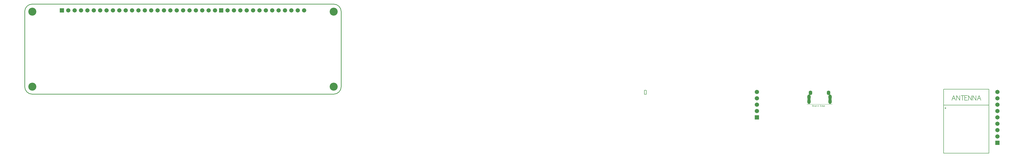
<source format=gbs>
G04*
G04 #@! TF.GenerationSoftware,Altium Limited,Altium Designer,18.1.9 (240)*
G04*
G04 Layer_Color=16711935*
%FSLAX44Y44*%
%MOMM*%
G71*
G01*
G75*
%ADD10C,0.3000*%
%ADD15C,0.1270*%
%ADD16C,0.2540*%
%ADD18C,0.1000*%
%ADD19C,0.1984*%
%ADD56R,1.7032X1.7032*%
%ADD57C,1.7032*%
%ADD58R,1.7032X1.7032*%
%ADD59R,1.3032X1.3032*%
%ADD60O,1.4032X1.8032*%
%ADD61O,1.3032X2.0032*%
%ADD62C,3.2032*%
D10*
X3963180Y829620D02*
G03*
X3963180Y829620I-1000J0D01*
G01*
D15*
X3955350Y841740D02*
X4134550D01*
X3954950Y649740D02*
Y904740D01*
Y649740D02*
X4134950D01*
Y904740D01*
X3954950D02*
X4134950D01*
X2763330Y885190D02*
Y901190D01*
X2771330Y885190D02*
Y901190D01*
X2763330D02*
X2771330D01*
X2763330Y885190D02*
X2771330D01*
D16*
X1526500Y885220D02*
G03*
X1556500Y915220I0J30000D01*
G01*
X296500D02*
G03*
X326500Y885220I30000J0D01*
G01*
Y1245220D02*
G03*
X296500Y1215220I0J-30000D01*
G01*
X1556500D02*
G03*
X1526500Y1245220I-30000J0D01*
G01*
X326500Y885220D02*
X1526500D01*
X296500Y915220D02*
Y1215220D01*
X326500Y1245220D02*
X1526500D01*
X1556500Y915220D02*
Y1215220D01*
D18*
X3410750Y845280D02*
X3510750D01*
X3432810Y841928D02*
Y836930D01*
X3435309D01*
X3436142Y837763D01*
Y838596D01*
X3435309Y839429D01*
X3432810D01*
X3435309D01*
X3436142Y840262D01*
Y841095D01*
X3435309Y841928D01*
X3432810D01*
X3438641Y836930D02*
X3440308D01*
X3441141Y837763D01*
Y839429D01*
X3440308Y840262D01*
X3438641D01*
X3437809Y839429D01*
Y837763D01*
X3438641Y836930D01*
X3443640Y840262D02*
X3445306D01*
X3446139Y839429D01*
Y836930D01*
X3443640D01*
X3442807Y837763D01*
X3443640Y838596D01*
X3446139D01*
X3447805Y840262D02*
Y836930D01*
Y838596D01*
X3448638Y839429D01*
X3449471Y840262D01*
X3450304D01*
X3456136Y841928D02*
Y836930D01*
X3453636D01*
X3452804Y837763D01*
Y839429D01*
X3453636Y840262D01*
X3456136D01*
X3466133Y841928D02*
X3462800D01*
Y836930D01*
X3466133D01*
X3462800Y839429D02*
X3464466D01*
X3471131Y841928D02*
Y836930D01*
X3468632D01*
X3467798Y837763D01*
Y839429D01*
X3468632Y840262D01*
X3471131D01*
X3474463Y835264D02*
X3475296D01*
X3476129Y836097D01*
Y840262D01*
X3473630D01*
X3472797Y839429D01*
Y837763D01*
X3473630Y836930D01*
X3476129D01*
X3480294D02*
X3478628D01*
X3477795Y837763D01*
Y839429D01*
X3478628Y840262D01*
X3480294D01*
X3481128Y839429D01*
Y838596D01*
X3477795D01*
D19*
X4001984Y861249D02*
X3994842Y879995D01*
X3987701Y861249D01*
X3990379Y867498D02*
X3999306D01*
X4006358Y879995D02*
Y861249D01*
Y879995D02*
X4018855Y861249D01*
Y879995D02*
Y861249D01*
X4030281Y879995D02*
Y861249D01*
X4024033Y879995D02*
X4036530D01*
X4050366D02*
X4038762D01*
Y861249D01*
X4050366D01*
X4038762Y871069D02*
X4045903D01*
X4053490Y879995D02*
Y861249D01*
Y879995D02*
X4065988Y861249D01*
Y879995D02*
Y861249D01*
X4071165Y879995D02*
Y861249D01*
Y879995D02*
X4083663Y861249D01*
Y879995D02*
Y861249D01*
X4103123D02*
X4095981Y879995D01*
X4088840Y861249D01*
X4091518Y867498D02*
X4100445D01*
D56*
X444500Y1220470D02*
D03*
X1079100Y1220470D02*
D03*
D57*
X469900Y1220470D02*
D03*
X495300D02*
D03*
X520700D02*
D03*
X546100D02*
D03*
X571500D02*
D03*
X596900D02*
D03*
X622300D02*
D03*
X647700D02*
D03*
X673100D02*
D03*
X698500D02*
D03*
X723900D02*
D03*
X749300D02*
D03*
X774700D02*
D03*
X800100D02*
D03*
X825500D02*
D03*
X850900D02*
D03*
X876300D02*
D03*
X901700D02*
D03*
X927100D02*
D03*
X952500D02*
D03*
X977900D02*
D03*
X1003300D02*
D03*
X1028700D02*
D03*
X1054100D02*
D03*
X1409300Y1220470D02*
D03*
X1383900D02*
D03*
X1358500D02*
D03*
X1333100D02*
D03*
X1307700D02*
D03*
X1282300D02*
D03*
X1256900D02*
D03*
X1231500D02*
D03*
X1206100D02*
D03*
X1180700D02*
D03*
X1155300D02*
D03*
X1129900D02*
D03*
X1104500D02*
D03*
X4169410Y741680D02*
D03*
Y767080D02*
D03*
Y792480D02*
D03*
Y817880D02*
D03*
Y843280D02*
D03*
Y868680D02*
D03*
Y894080D02*
D03*
Y716280D02*
D03*
X3211830Y894080D02*
D03*
Y868680D02*
D03*
Y843280D02*
D03*
Y817880D02*
D03*
D58*
X4169410Y690880D02*
D03*
X3211830Y792480D02*
D03*
D59*
X3503000Y869650D02*
D03*
Y860410D02*
D03*
X3418500D02*
D03*
Y869650D02*
D03*
D60*
X3424750Y890780D02*
D03*
X3496750D02*
D03*
D61*
X3418500Y873780D02*
D03*
Y856280D02*
D03*
X3503000D02*
D03*
Y873780D02*
D03*
D62*
X326500Y1215220D02*
D03*
X1526500D02*
D03*
Y915220D02*
D03*
X326500D02*
D03*
M02*

</source>
